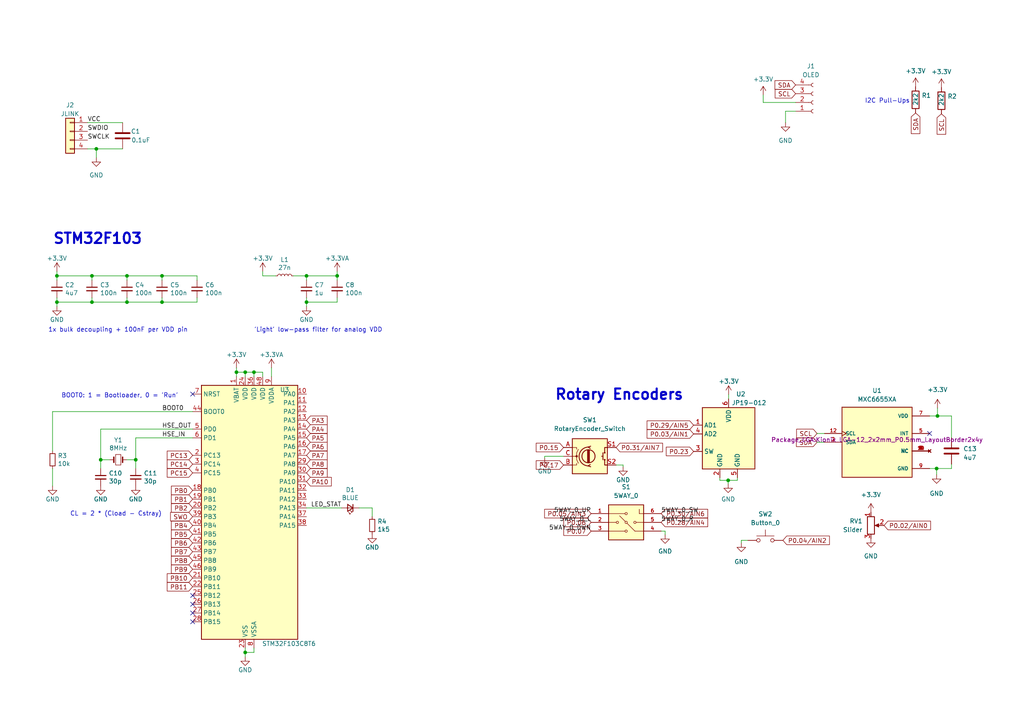
<source format=kicad_sch>
(kicad_sch (version 20230121) (generator eeschema)
  (paper "A4")
  (lib_symbols
    (symbol "Analog_Switch:JP19-012"
      (property "Reference" "U" (at 0 0 0))
      (property "Value" "JP19-012" (at 6.35 13.97 0))
      (symbol "JP19-012_0_1"
        (rectangle (start -7.62 12.7) (end 7.62 -5.08) (stroke (width 0.254)) (fill (type background)))
      )
      (symbol "JP19-012_1_1"
        (pin output line (at -10.16 7.62 0) (length 2.54) (name "AD1") (number "1"))
        (pin power_in line (at -2.54 -7.62 90) (length 2.54) (name "GND") (number "2"))
        (pin output line (at -10.16 0 0) (length 2.54) (name "SW") (number "3"))
        (pin output line (at -10.16 5.08 0) (length 2.54) (name "AD2") (number "4"))
        (pin power_in line (at 2.54 -7.62 90) (length 2.54) (name "GND") (number "5"))
        (pin power_in line (at 0 15.24 270) (length 2.54) (name "VDD") (number "6"))
      )
    )
    (symbol "Connector:Conn_01x04_Female" (pin_names (offset 1.016) hide)
      (property "Reference" "J" (at 0 5.08 0))
      (property "Value" "Conn_01x04_Female" (at 0 -7.62 0))
      (symbol "Conn_01x04_Female_1_1"
        (arc (start 0 -4.572) (mid -0.5058 -5.08) (end 0 -5.588) (stroke (width 0.1524)))
        (arc (start 0 -2.032) (mid -0.5058 -2.54) (end 0 -3.048) (stroke (width 0.1524)))
        (polyline (pts (xy -1.27 -5.08) (xy -0.508 -5.08)) (stroke (width 0.1524)))
        (polyline (pts (xy -1.27 -2.54) (xy -0.508 -2.54)) (stroke (width 0.1524)))
        (polyline (pts (xy -1.27 0) (xy -0.508 0)) (stroke (width 0.1524)))
        (polyline (pts (xy -1.27 2.54) (xy -0.508 2.54)) (stroke (width 0.1524)))
        (arc (start 0 0.508) (mid -0.5058 0) (end 0 -0.508) (stroke (width 0.1524)))
        (arc (start 0 3.048) (mid -0.5058 2.54) (end 0 2.032) (stroke (width 0.1524)))
        (pin passive line (at -5.08 2.54 0) (length 3.81) (name "Pin_1") (number "1"))
        (pin passive line (at -5.08 0 0) (length 3.81) (name "Pin_2") (number "2"))
        (pin passive line (at -5.08 -2.54 0) (length 3.81) (name "Pin_3") (number "3"))
        (pin passive line (at -5.08 -5.08 0) (length 3.81) (name "Pin_4") (number "4"))
      )
    )
    (symbol "Connector_Generic:Conn_01x04" (pin_names (offset 1.016) hide)
      (property "Reference" "J" (at 0 5.08 0))
      (property "Value" "Conn_01x04" (at 0 -7.62 0))
      (symbol "Conn_01x04_1_1"
        (rectangle (start -1.27 -4.953) (end 0 -5.207) (stroke (width 0.1524)))
        (rectangle (start -1.27 -2.413) (end 0 -2.667) (stroke (width 0.1524)))
        (rectangle (start -1.27 0.127) (end 0 -0.127) (stroke (width 0.1524)))
        (rectangle (start -1.27 2.667) (end 0 2.413) (stroke (width 0.1524)))
        (rectangle (start -1.27 3.81) (end 1.27 -6.35) (stroke (width 0.254)) (fill (type background)))
        (pin passive line (at -5.08 2.54 0) (length 3.81) (name "Pin_1") (number "1"))
        (pin passive line (at -5.08 0 0) (length 3.81) (name "Pin_2") (number "2"))
        (pin passive line (at -5.08 -2.54 0) (length 3.81) (name "Pin_3") (number "3"))
        (pin passive line (at -5.08 -5.08 0) (length 3.81) (name "Pin_4") (number "4"))
      )
    )
    (symbol "Device:C" (pin_numbers hide) (pin_names (offset 0.254))
      (property "Reference" "C" (at 0.635 2.54 0))
      (property "Value" "C" (at 0.635 -2.54 0))
      (symbol "C_0_1"
        (polyline (pts (xy -2.032 -0.762) (xy 2.032 -0.762)) (stroke (width 0.508)))
        (polyline (pts (xy -2.032 0.762) (xy 2.032 0.762)) (stroke (width 0.508)))
      )
      (symbol "C_1_1"
        (pin passive line (at 0 3.81 270) (length 2.794) (name "~") (number "1"))
        (pin passive line (at 0 -3.81 90) (length 2.794) (name "~") (number "2"))
      )
    )
    (symbol "Device:C_Small" (pin_numbers hide) (pin_names (offset 0.254) hide)
      (property "Reference" "C" (at 0.254 1.778 0))
      (property "Value" "C_Small" (at 0.254 -2.032 0))
      (symbol "C_Small_0_1"
        (polyline (pts (xy -1.524 -0.508) (xy 1.524 -0.508)) (stroke (width 0.3302)))
        (polyline (pts (xy -1.524 0.508) (xy 1.524 0.508)) (stroke (width 0.3048)))
      )
      (symbol "C_Small_1_1"
        (pin passive line (at 0 2.54 270) (length 2.032) (name "~") (number "1"))
        (pin passive line (at 0 -2.54 90) (length 2.032) (name "~") (number "2"))
      )
    )
    (symbol "Device:Crystal_Small" (pin_numbers hide) (pin_names (offset 1.016) hide)
      (property "Reference" "Y" (at 0 2.54 0))
      (property "Value" "Crystal_Small" (at 0 -2.54 0))
      (symbol "Crystal_Small_0_1"
        (rectangle (start -0.762 -1.524) (end 0.762 1.524))
        (polyline (pts (xy -1.27 -0.762) (xy -1.27 0.762)) (stroke (width 0.381)))
        (polyline (pts (xy 1.27 -0.762) (xy 1.27 0.762)) (stroke (width 0.381)))
      )
      (symbol "Crystal_Small_1_1"
        (pin passive line (at -2.54 0 0) (length 1.27) (name "1") (number "1"))
        (pin passive line (at 2.54 0 180) (length 1.27) (name "2") (number "2"))
      )
    )
    (symbol "Device:LED_Small" (pin_numbers hide) (pin_names (offset 0.254) hide)
      (property "Reference" "D" (at -1.27 3.175 0))
      (property "Value" "LED_Small" (at -4.445 -2.54 0))
      (symbol "LED_Small_0_1"
        (polyline (pts (xy -0.762 -1.016) (xy -0.762 1.016)) (stroke (width 0.254)))
        (polyline (pts (xy 1.016 0) (xy -0.762 0)))
        (polyline (pts (xy 0.762 -1.016) (xy -0.762 0) (xy 0.762 1.016) (xy 0.762 -1.016)) (stroke (width 0.254)))
        (polyline (pts (xy 0 0.762) (xy -0.508 1.27) (xy -0.254 1.27) (xy -0.508 1.27) (xy -0.508 1.016)))
        (polyline (pts (xy 0.508 1.27) (xy 0 1.778) (xy 0.254 1.778) (xy 0 1.778) (xy 0 1.524)))
      )
      (symbol "LED_Small_1_1"
        (pin passive line (at -2.54 0 0) (length 1.778) (name "K") (number "1"))
        (pin passive line (at 2.54 0 180) (length 1.778) (name "A") (number "2"))
      )
    )
    (symbol "Device:L_Small" (pin_numbers hide) (pin_names (offset 0.254) hide)
      (property "Reference" "L" (at 0.762 1.016 0))
      (property "Value" "L_Small" (at 0.762 -1.016 0))
      (symbol "L_Small_0_1"
        (arc (start 0 -2.032) (mid 0.5058 -1.524) (end 0 -1.016))
        (arc (start 0 -1.016) (mid 0.5058 -0.508) (end 0 0))
        (arc (start 0 0) (mid 0.5058 0.508) (end 0 1.016))
        (arc (start 0 1.016) (mid 0.5058 1.524) (end 0 2.032))
      )
      (symbol "L_Small_1_1"
        (pin passive line (at 0 2.54 270) (length 0.508) (name "~") (number "1"))
        (pin passive line (at 0 -2.54 90) (length 0.508) (name "~") (number "2"))
      )
    )
    (symbol "Device:R" (pin_numbers hide) (pin_names (offset 0))
      (property "Reference" "R" (at 2.032 0 90))
      (property "Value" "R" (at 0 0 90))
      (symbol "R_0_1"
        (rectangle (start -1.016 -2.54) (end 1.016 2.54) (stroke (width 0.254)))
      )
      (symbol "R_1_1"
        (pin passive line (at 0 3.81 270) (length 1.27) (name "~") (number "1"))
        (pin passive line (at 0 -3.81 90) (length 1.27) (name "~") (number "2"))
      )
    )
    (symbol "Device:R_Potentiometer" (pin_names (offset 1.016) hide)
      (property "Reference" "RV" (at -4.445 0 90))
      (property "Value" "R_Potentiometer" (at -2.54 0 90))
      (symbol "R_Potentiometer_0_1"
        (polyline (pts (xy 2.54 0) (xy 1.524 0)))
        (polyline (pts (xy 1.143 0) (xy 2.286 0.508) (xy 2.286 -0.508) (xy 1.143 0)) (fill (type outline)))
        (rectangle (start 1.016 2.54) (end -1.016 -2.54) (stroke (width 0.254)))
      )
      (symbol "R_Potentiometer_1_1"
        (pin passive line (at 0 3.81 270) (length 1.27) (name "1") (number "1"))
        (pin passive line (at 3.81 0 180) (length 1.27) (name "2") (number "2"))
        (pin passive line (at 0 -3.81 90) (length 1.27) (name "3") (number "3"))
      )
    )
    (symbol "Device:R_Small" (pin_numbers hide) (pin_names (offset 0.254) hide)
      (property "Reference" "R" (at 0.762 0.508 0))
      (property "Value" "R_Small" (at 0.762 -1.016 0))
      (symbol "R_Small_0_1"
        (rectangle (start -0.762 1.778) (end 0.762 -1.778) (stroke (width 0.2032)))
      )
      (symbol "R_Small_1_1"
        (pin passive line (at 0 2.54 270) (length 0.762) (name "~") (number "1"))
        (pin passive line (at 0 -2.54 90) (length 0.762) (name "~") (number "2"))
      )
    )
    (symbol "Device:RotaryEncoder_Switch" (pin_names (offset 0.254) hide)
      (property "Reference" "SW" (at 0 6.604 0))
      (property "Value" "RotaryEncoder_Switch" (at 0 -6.604 0))
      (symbol "RotaryEncoder_Switch_0_1"
        (rectangle (start -5.08 5.08) (end 5.08 -5.08) (stroke (width 0.254)) (fill (type background)))
        (circle (center -3.81 0) (radius 0.254) (fill (type outline)))
        (circle (center -0.381 0) (radius 1.905) (stroke (width 0.254)))
        (arc (start -0.381 2.667) (mid -3.0988 -0.0635) (end -0.381 -2.794) (stroke (width 0.254)))
        (polyline (pts (xy -0.635 -1.778) (xy -0.635 1.778)) (stroke (width 0.254)))
        (polyline (pts (xy -0.381 -1.778) (xy -0.381 1.778)) (stroke (width 0.254)))
        (polyline (pts (xy -0.127 1.778) (xy -0.127 -1.778)) (stroke (width 0.254)))
        (polyline (pts (xy 3.81 0) (xy 3.429 0)) (stroke (width 0.254)))
        (polyline (pts (xy 3.81 1.016) (xy 3.81 -1.016)) (stroke (width 0.254)))
        (polyline (pts (xy -5.08 -2.54) (xy -3.81 -2.54) (xy -3.81 -2.032)))
        (polyline (pts (xy -5.08 2.54) (xy -3.81 2.54) (xy -3.81 2.032)))
        (polyline (pts (xy 0.254 -3.048) (xy -0.508 -2.794) (xy 0.127 -2.413)) (stroke (width 0.254)))
        (polyline (pts (xy 0.254 2.921) (xy -0.508 2.667) (xy 0.127 2.286)) (stroke (width 0.254)))
        (polyline (pts (xy 5.08 -2.54) (xy 4.318 -2.54) (xy 4.318 -1.016)) (stroke (width 0.254)))
        (polyline (pts (xy 5.08 2.54) (xy 4.318 2.54) (xy 4.318 1.016)) (stroke (width 0.254)))
        (polyline (pts (xy -5.08 0) (xy -3.81 0) (xy -3.81 -1.016) (xy -3.302 -2.032)))
        (polyline (pts (xy -4.318 0) (xy -3.81 0) (xy -3.81 1.016) (xy -3.302 2.032)))
        (circle (center 4.318 -1.016) (radius 0.127) (stroke (width 0.254)))
        (circle (center 4.318 1.016) (radius 0.127) (stroke (width 0.254)))
      )
      (symbol "RotaryEncoder_Switch_1_1"
        (pin passive line (at -7.62 2.54 0) (length 2.54) (name "A") (number "A"))
        (pin passive line (at -7.62 -2.54 0) (length 2.54) (name "B") (number "B"))
        (pin passive line (at -7.62 0 0) (length 2.54) (name "C") (number "C"))
        (pin passive line (at 7.62 2.54 180) (length 2.54) (name "S1") (number "S1"))
        (pin passive line (at 7.62 -2.54 180) (length 2.54) (name "S2") (number "S2"))
      )
    )
    (symbol "GND_2" (power) (pin_names (offset 0))
      (property "Value" "GND_2" (at 0 -3.81 0))
      (symbol "GND_2_0_1"
        (polyline (pts (xy 0 0) (xy 0 -1.27) (xy 1.27 -1.27) (xy 0 -2.54) (xy -1.27 -1.27) (xy 0 -1.27)))
      )
      (symbol "GND_2_1_1"
        (pin power_in line (at 0 0 270) (length 0) hide (name "GND") (number "1"))
      )
    )
    (symbol "JS5208:SKQUCAA010" (pin_names (offset 1.016))
      (property "Reference" "S" (at 5.08 -5.08 0))
      (property "Value" "SKQUCAA010" (at 5.08 8.89 0))
      (symbol "SKQUCAA010_0_0"
        (circle (center -2.54 1.27) (radius 0.3302) (stroke (width 0.1524)))
        (circle (center 0 -1.27) (radius 0.3302) (stroke (width 0.1524)))
        (polyline (pts (xy -2.921 1.27) (xy -5.08 1.27)) (stroke (width 0.1524)))
        (polyline (pts (xy -0.381 -1.27) (xy -5.08 -1.27)) (stroke (width 0.1524)))
        (polyline (pts (xy -0.381 3.81) (xy -5.08 3.81)) (stroke (width 0.1524)))
        (polyline (pts (xy -0.254 1.524) (xy -1.905 3.175)) (stroke (width 0.1524)))
        (polyline (pts (xy 2.54 -1.27) (xy 0.254 1.016)) (stroke (width 0.1524)))
        (polyline (pts (xy 3.81 3.81) (xy 3.81 5.08)) (stroke (width 0.1524)))
        (polyline (pts (xy 5.08 -1.27) (xy 2.54 -1.27)) (stroke (width 0.1524)))
        (polyline (pts (xy 5.08 1.27) (xy 2.921 1.27)) (stroke (width 0.1524)))
        (polyline (pts (xy 5.08 3.81) (xy 3.81 3.81)) (stroke (width 0.1524)))
        (circle (center 0 1.27) (radius 0.3302) (stroke (width 0.1524)))
        (circle (center 0 3.81) (radius 0.3302) (stroke (width 0.1524)))
        (circle (center 2.54 1.27) (radius 0.3302) (stroke (width 0.1524)))
        (rectangle (start 5.08 6.35) (end -5.08 -3.81) (stroke (width 0.254)) (fill (type background)))
        (pin passive line (at -10.16 3.81 0) (length 5.08) (name "~") (number "1"))
        (pin passive line (at -10.16 1.27 0) (length 5.08) (name "~") (number "2"))
        (pin passive line (at -10.16 -1.27 0) (length 5.08) (name "~") (number "3"))
        (pin passive line (at 10.16 -1.27 180) (length 5.08) (name "~") (number "4"))
        (pin passive line (at 10.16 1.27 180) (length 5.08) (name "~") (number "5"))
        (pin passive line (at 10.16 3.81 180) (length 5.08) (name "~") (number "6"))
      )
    )
    (symbol "MCU_ST_STM32F1:STM32F103C8Tx"
      (property "Reference" "U" (at -12.7 39.37 0))
      (property "Value" "STM32F103C8Tx" (at 10.16 39.37 0))
      (symbol "STM32F103C8Tx_0_1"
        (rectangle (start -12.7 -35.56) (end 15.24 38.1) (stroke (width 0.254)) (fill (type background)))
      )
      (symbol "STM32F103C8Tx_1_1"
        (pin power_in line (at -2.54 40.64 270) (length 2.54) (name "VBAT") (number "1"))
        (pin bidirectional line (at 17.78 35.56 180) (length 2.54) (name "PA0") (number "10"))
        (pin bidirectional line (at 17.78 33.02 180) (length 2.54) (name "PA1") (number "11"))
        (pin bidirectional line (at 17.78 30.48 180) (length 2.54) (name "PA2") (number "12"))
        (pin bidirectional line (at 17.78 27.94 180) (length 2.54) (name "PA3") (number "13"))
        (pin bidirectional line (at 17.78 25.4 180) (length 2.54) (name "PA4") (number "14"))
        (pin bidirectional line (at 17.78 22.86 180) (length 2.54) (name "PA5") (number "15"))
        (pin bidirectional line (at 17.78 20.32 180) (length 2.54) (name "PA6") (number "16"))
        (pin bidirectional line (at 17.78 17.78 180) (length 2.54) (name "PA7") (number "17"))
        (pin bidirectional line (at -15.24 7.62 0) (length 2.54) (name "PB0") (number "18"))
        (pin bidirectional line (at -15.24 5.08 0) (length 2.54) (name "PB1") (number "19"))
        (pin bidirectional line (at -15.24 17.78 0) (length 2.54) (name "PC13") (number "2"))
        (pin bidirectional line (at -15.24 2.54 0) (length 2.54) (name "PB2") (number "20"))
        (pin bidirectional line (at -15.24 -17.78 0) (length 2.54) (name "PB10") (number "21"))
        (pin bidirectional line (at -15.24 -20.32 0) (length 2.54) (name "PB11") (number "22"))
        (pin power_in line (at 0 -38.1 90) (length 2.54) (name "VSS") (number "23"))
        (pin power_in line (at 0 40.64 270) (length 2.54) (name "VDD") (number "24"))
        (pin bidirectional line (at -15.24 -22.86 0) (length 2.54) (name "PB12") (number "25"))
        (pin bidirectional line (at -15.24 -25.4 0) (length 2.54) (name "PB13") (number "26"))
        (pin bidirectional line (at -15.24 -27.94 0) (length 2.54) (name "PB14") (number "27"))
        (pin bidirectional line (at -15.24 -30.48 0) (length 2.54) (name "PB15") (number "28"))
        (pin bidirectional line (at 17.78 15.24 180) (length 2.54) (name "PA8") (number "29"))
        (pin bidirectional line (at -15.24 15.24 0) (length 2.54) (name "PC14") (number "3"))
        (pin bidirectional line (at 17.78 12.7 180) (length 2.54) (name "PA9") (number "30"))
        (pin bidirectional line (at 17.78 10.16 180) (length 2.54) (name "PA10") (number "31"))
        (pin bidirectional line (at 17.78 7.62 180) (length 2.54) (name "PA11") (number "32"))
        (pin bidirectional line (at 17.78 5.08 180) (length 2.54) (name "PA12") (number "33"))
        (pin bidirectional line (at 17.78 2.54 180) (length 2.54) (name "PA13") (number "34"))
        (pin passive line (at 0 -38.1 90) (length 2.54) hide (name "VSS") (number "35"))
        (pin power_in line (at 2.54 40.64 270) (length 2.54) (name "VDD") (number "36"))
        (pin bidirectional line (at 17.78 0 180) (length 2.54) (name "PA14") (number "37"))
        (pin bidirectional line (at 17.78 -2.54 180) (length 2.54) (name "PA15") (number "38"))
        (pin bidirectional line (at -15.24 0 0) (length 2.54) (name "PB3") (number "39"))
        (pin bidirectional line (at -15.24 12.7 0) (length 2.54) (name "PC15") (number "4"))
        (pin bidirectional line (at -15.24 -2.54 0) (length 2.54) (name "PB4") (number "40"))
        (pin bidirectional line (at -15.24 -5.08 0) (length 2.54) (name "PB5") (number "41"))
        (pin bidirectional line (at -15.24 -7.62 0) (length 2.54) (name "PB6") (number "42"))
        (pin bidirectional line (at -15.24 -10.16 0) (length 2.54) (name "PB7") (number "43"))
        (pin input line (at -15.24 30.48 0) (length 2.54) (name "BOOT0") (number "44"))
        (pin bidirectional line (at -15.24 -12.7 0) (length 2.54) (name "PB8") (number "45"))
        (pin bidirectional line (at -15.24 -15.24 0) (length 2.54) (name "PB9") (number "46"))
        (pin passive line (at 0 -38.1 90) (length 2.54) hide (name "VSS") (number "47"))
        (pin power_in line (at 5.08 40.64 270) (length 2.54) (name "VDD") (number "48"))
        (pin bidirectional line (at -15.24 25.4 0) (length 2.54) (name "PD0") (number "5"))
        (pin bidirectional line (at -15.24 22.86 0) (length 2.54) (name "PD1") (number "6"))
        (pin input line (at -15.24 35.56 0) (length 2.54) (name "NRST") (number "7"))
        (pin power_in line (at 2.54 -38.1 90) (length 2.54) (name "VSSA") (number "8"))
        (pin power_in line (at 7.62 40.64 270) (length 2.54) (name "VDDA") (number "9"))
      )
    )
    (symbol "MXC6655XA:MXC6655XA" (pin_names (offset 1.016))
      (property "Reference" "U" (at -10.414 11.176 0))
      (property "Value" "MXC6655XA" (at -10.16 -12.7 0))
      (symbol "MXC6655XA_0_0"
        (rectangle (start -10.16 -10.16) (end 10.16 10.16) (stroke (width 0.254)) (fill (type background)))
        (pin no_connect line (at 15.24 -2.54 180) (length 5.08) (name "NC") (number "1"))
        (pin no_connect line (at 15.24 -2.54 180) (length 5.08) (name "NC") (number "10"))
        (pin no_connect line (at 15.24 -2.54 180) (length 5.08) (name "NC") (number "11"))
        (pin input clock (at -15.24 2.54 0) (length 5.08) (name "SCL") (number "12"))
        (pin bidirectional line (at -15.24 0 0) (length 5.08) (name "SDA") (number "2"))
        (pin no_connect line (at 15.24 -2.54 180) (length 5.08) (name "NC") (number "3"))
        (pin no_connect line (at 15.24 -2.54 180) (length 5.08) (name "NC") (number "4"))
        (pin output line (at 15.24 2.54 180) (length 5.08) (name "INT") (number "5"))
        (pin no_connect line (at 15.24 -2.54 180) (length 5.08) (name "NC") (number "6"))
        (pin power_in line (at 15.24 7.62 180) (length 5.08) (name "VDD") (number "7"))
        (pin no_connect line (at 15.24 -2.54 180) (length 5.08) (name "NC") (number "8"))
        (pin power_in line (at 15.24 -7.62 180) (length 5.08) (name "GND") (number "9"))
      )
    )
    (symbol "Switch:SW_Push" (pin_numbers hide) (pin_names (offset 1.016) hide)
      (property "Reference" "SW" (at 1.27 2.54 0))
      (property "Value" "SW_Push" (at 0 -1.524 0))
      (symbol "SW_Push_0_1"
        (circle (center -2.032 0) (radius 0.508))
        (polyline (pts (xy 0 1.27) (xy 0 3.048)))
        (polyline (pts (xy 2.54 1.27) (xy -2.54 1.27)))
        (circle (center 2.032 0) (radius 0.508))
        (pin passive line (at -5.08 0 0) (length 2.54) (name "1") (number "1"))
        (pin passive line (at 5.08 0 180) (length 2.54) (name "2") (number "2"))
      )
    )
    (symbol "power:+3.3V" (power) (pin_names (offset 0))
      (property "Value" "+3.3V" (at 0 3.556 0))
      (symbol "+3.3V_0_1"
        (polyline (pts (xy -0.762 1.27) (xy 0 2.54)))
        (polyline (pts (xy 0 0) (xy 0 2.54)))
        (polyline (pts (xy 0 2.54) (xy 0.762 1.27)))
      )
      (symbol "+3.3V_1_1"
        (pin power_in line (at 0 0 90) (length 0) hide (name "+3.3V") (number "1"))
      )
    )
    (symbol "power:+3.3VA" (power) (pin_names (offset 0))
      (property "Value" "+3.3VA" (at 0 3.556 0))
      (symbol "+3.3VA_0_1"
        (polyline (pts (xy -0.762 1.27) (xy 0 2.54)))
        (polyline (pts (xy 0 0) (xy 0 2.54)))
        (polyline (pts (xy 0 2.54) (xy 0.762 1.27)))
      )
      (symbol "+3.3VA_1_1"
        (pin power_in line (at 0 0 90) (length 0) hide (name "+3.3VA") (number "1"))
      )
    )
    (symbol "power:GND" (power) (pin_names (offset 0))
      (property "Value" "GND" (at 0 -3.81 0))
      (symbol "GND_0_1"
        (polyline (pts (xy 0 0) (xy 0 -1.27) (xy 1.27 -1.27) (xy 0 -2.54) (xy -1.27 -1.27) (xy 0 -1.27)))
      )
      (symbol "GND_1_1"
        (pin power_in line (at 0 0 270) (length 0) hide (name "GND") (number "1"))
      )
    )
  )
  (junction (at 39.37 133.35))
  (junction (at 211.201 139.319))
  (junction (at 71.12 189.23))
  (junction (at 29.21 133.35))
  (junction (at 88.9 87.63))
  (junction (at 71.12 107.95))
  (junction (at 16.51 87.63))
  (junction (at 26.67 87.63))
  (junction (at 73.66 107.95))
  (junction (at 36.83 80.01))
  (junction (at 97.79 80.01))
  (junction (at 68.58 107.95))
  (junction (at 271.907 120.65))
  (junction (at 36.83 87.63))
  (junction (at 88.9 80.01))
  (junction (at 271.653 135.89))
  (junction (at 16.51 80.01))
  (junction (at 27.94 43.18))
  (junction (at 46.99 87.63))
  (junction (at 46.99 80.01))
  (junction (at 26.67 80.01))
  (no_connect (at 55.88 175.26))
  (no_connect (at 55.88 172.72))
  (no_connect (at 269.621 125.73))
  (no_connect (at 55.88 177.8))
  (no_connect (at 55.88 114.3))
  (no_connect (at 55.88 180.34))
  (wire (pts (xy 57.15 81.28) (xy 57.15 80.01)))
  (wire (pts (xy 26.67 80.01) (xy 26.67 81.28)))
  (wire (pts (xy 36.83 80.01) (xy 26.67 80.01)))
  (wire (pts (xy 36.83 133.35) (xy 39.37 133.35)))
  (wire (pts (xy 271.653 135.89) (xy 271.653 137.668)))
  (wire (pts (xy 25.4 43.18) (xy 27.94 43.18)))
  (wire (pts (xy 97.79 87.63) (xy 97.79 86.36)))
  (wire (pts (xy 236.982 125.73) (xy 239.141 125.73)))
  (wire (pts (xy 221.361 27.559) (xy 221.361 29.718)))
  (wire (pts (xy 25.4 35.56) (xy 35.56 35.56)))
  (wire (pts (xy 27.94 43.18) (xy 27.94 45.72)))
  (wire (pts (xy 26.67 87.63) (xy 26.67 86.36)))
  (wire (pts (xy 27.94 43.18) (xy 35.56 43.18)))
  (wire (pts (xy 180.721 135.382) (xy 180.721 134.874)))
  (wire (pts (xy 275.971 135.89) (xy 271.653 135.89)))
  (wire (pts (xy 107.95 149.86) (xy 107.95 147.32)))
  (wire (pts (xy 15.24 140.97) (xy 15.24 135.89)))
  (wire (pts (xy 180.721 134.874) (xy 178.689 134.874)))
  (wire (pts (xy 71.12 107.95) (xy 73.66 107.95)))
  (wire (pts (xy 221.361 29.718) (xy 230.759 29.718)))
  (wire (pts (xy 271.653 135.89) (xy 269.621 135.89)))
  (wire (pts (xy 36.83 86.36) (xy 36.83 87.63)))
  (wire (pts (xy 76.2 107.95) (xy 76.2 109.22)))
  (wire (pts (xy 192.913 154.051) (xy 192.913 155.067)))
  (wire (pts (xy 107.95 147.32) (xy 104.14 147.32)))
  (wire (pts (xy 55.88 124.46) (xy 29.21 124.46)))
  (wire (pts (xy 215.011 156.718) (xy 215.011 157.48)))
  (wire (pts (xy 71.12 107.95) (xy 71.12 109.22)))
  (wire (pts (xy 39.37 127) (xy 55.88 127)))
  (wire (pts (xy 88.9 147.32) (xy 99.06 147.32)))
  (wire (pts (xy 36.83 81.28) (xy 36.83 80.01)))
  (wire (pts (xy 68.58 106.68) (xy 68.58 107.95)))
  (wire (pts (xy 39.37 135.89) (xy 39.37 133.35)))
  (wire (pts (xy 97.79 80.01) (xy 88.9 80.01)))
  (wire (pts (xy 29.21 135.89) (xy 29.21 133.35)))
  (wire (pts (xy 78.74 106.68) (xy 78.74 109.22)))
  (wire (pts (xy 16.51 87.63) (xy 16.51 88.9)))
  (wire (pts (xy 211.201 139.319) (xy 213.868 139.319)))
  (wire (pts (xy 227.838 32.258) (xy 230.759 32.258)))
  (wire (pts (xy 46.99 81.28) (xy 46.99 80.01)))
  (wire (pts (xy 275.971 134.62) (xy 275.971 135.89)))
  (wire (pts (xy 269.621 120.65) (xy 271.907 120.65)))
  (wire (pts (xy 29.21 133.35) (xy 31.75 133.35)))
  (wire (pts (xy 57.15 80.01) (xy 46.99 80.01)))
  (wire (pts (xy 211.328 114.427) (xy 211.328 115.697)))
  (wire (pts (xy 191.77 154.051) (xy 192.913 154.051)))
  (wire (pts (xy 236.982 128.27) (xy 239.141 128.27)))
  (wire (pts (xy 16.51 78.74) (xy 16.51 80.01)))
  (wire (pts (xy 46.99 87.63) (xy 57.15 87.63)))
  (wire (pts (xy 68.58 107.95) (xy 71.12 107.95)))
  (wire (pts (xy 227.838 35.56) (xy 227.838 32.258)))
  (wire (pts (xy 73.66 107.95) (xy 73.66 109.22)))
  (wire (pts (xy 157.988 132.842) (xy 157.988 132.334)))
  (wire (pts (xy 271.907 120.65) (xy 275.971 120.65)))
  (wire (pts (xy 68.58 107.95) (xy 68.58 109.22)))
  (wire (pts (xy 88.9 86.36) (xy 88.9 87.63)))
  (wire (pts (xy 26.67 87.63) (xy 36.83 87.63)))
  (wire (pts (xy 157.988 132.334) (xy 163.449 132.334)))
  (wire (pts (xy 16.51 80.01) (xy 16.51 81.28)))
  (wire (pts (xy 97.79 78.74) (xy 97.79 80.01)))
  (wire (pts (xy 16.51 87.63) (xy 26.67 87.63)))
  (wire (pts (xy 88.9 88.9) (xy 88.9 87.63)))
  (wire (pts (xy 71.12 189.23) (xy 71.12 187.96)))
  (wire (pts (xy 16.51 86.36) (xy 16.51 87.63)))
  (wire (pts (xy 216.916 156.718) (xy 215.011 156.718)))
  (wire (pts (xy 275.971 127) (xy 275.971 120.65)))
  (wire (pts (xy 271.907 118.364) (xy 271.907 120.65)))
  (wire (pts (xy 88.9 87.63) (xy 97.79 87.63)))
  (wire (pts (xy 208.788 139.319) (xy 211.201 139.319)))
  (wire (pts (xy 46.99 80.01) (xy 36.83 80.01)))
  (wire (pts (xy 46.99 86.36) (xy 46.99 87.63)))
  (wire (pts (xy 76.2 80.01) (xy 80.01 80.01)))
  (wire (pts (xy 88.9 81.28) (xy 88.9 80.01)))
  (wire (pts (xy 85.09 80.01) (xy 88.9 80.01)))
  (wire (pts (xy 26.67 80.01) (xy 16.51 80.01)))
  (wire (pts (xy 208.788 138.557) (xy 208.788 139.319)))
  (wire (pts (xy 97.79 81.28) (xy 97.79 80.01)))
  (wire (pts (xy 76.2 78.74) (xy 76.2 80.01)))
  (wire (pts (xy 73.66 107.95) (xy 76.2 107.95)))
  (wire (pts (xy 36.83 87.63) (xy 46.99 87.63)))
  (wire (pts (xy 71.12 189.23) (xy 73.66 189.23)))
  (wire (pts (xy 71.12 190.5) (xy 71.12 189.23)))
  (wire (pts (xy 29.21 124.46) (xy 29.21 133.35)))
  (wire (pts (xy 73.66 187.96) (xy 73.66 189.23)))
  (wire (pts (xy 39.37 133.35) (xy 39.37 127)))
  (wire (pts (xy 15.24 119.38) (xy 15.24 130.81)))
  (wire (pts (xy 211.201 139.319) (xy 211.201 140.335)))
  (wire (pts (xy 55.88 119.38) (xy 15.24 119.38)))
  (wire (pts (xy 213.868 139.319) (xy 213.868 138.557)))
  (wire (pts (xy 57.15 86.36) (xy 57.15 87.63)))
  (text "STM32F103" (at 15.24 71.12 0) (effects (font (size 3 3) (thickness 0.6) bold) (justify left bottom)))
  (text "Rotary Encoders" (at 160.782 116.332 0) (effects (font (size 3 3) (thickness 0.6) bold) (justify left bottom)))
  (text "BOOT0: 1 = Bootloader, 0 = 'Run'" (at 17.78 115.57 0) (effects (font (size 1.27 1.27)) (justify left bottom)))
  (text "CL = 2 * (Cload - Cstray)" (at 20.32 149.86 0) (effects (font (size 1.27 1.27)) (justify left bottom)))
  (text "I2C Pull-Ups" (at 250.825 30.099 0) (effects (font (size 1.27 1.27)) (justify left bottom)))
  (text "1x bulk decoupling + 100nF per VDD pin" (at 13.97 96.52 0) (effects (font (size 1.27 1.27)) (justify left bottom)))
  (text "'Light' low-pass filter for analog VDD" (at 73.66 96.52 0) (effects (font (size 1.27 1.27)) (justify left bottom)))
  (label "VCC" (at 25.4 35.56 0))
  (label "BOOT0" (at 46.99 119.38 0))
  (label "5WAY_0_R" (at 191.77 151.511 0))
  (label "SWCLK" (at 25.4 40.64 0))
  (label "SWDIO" (at 25.4 38.1 0))
  (label "5WAY_0_DWN" (at 171.45 154.051 180))
  (label "5WAY_0_UP" (at 171.45 148.971 180))
  (label "LED_STAT" (at 90.17 147.32 0))
  (label "5WAY_0_L" (at 171.45 151.511 180))
  (label "HSE_IN" (at 46.99 127 0))
  (label "HSE_OUT" (at 46.99 124.46 0))
  (label "5WAY_0_SW" (at 191.77 148.971 0))
  (global_label "P0.06" (shape input) (at 171.45 151.511 180) (property "Intersheetrefs" "${INTERSHEET_REFS}" (effects hide)))
  (global_label "P0.28{slash}AIN4" (shape input) (at 191.77 151.511 0) (property "Intersheetrefs" "${INTERSHEET_REFS}" (effects hide)))
  (global_label "PB10" (shape input) (at 55.88 167.64 180) (property "Intersheetrefs" "${INTERSHEET_REFS}" (effects hide)))
  (global_label "PB9" (shape input) (at 55.88 165.1 180) (property "Intersheetrefs" "${INTERSHEET_REFS}" (effects hide)))
  (global_label "PA5" (shape input) (at 88.9 127 0) (property "Intersheetrefs" "${INTERSHEET_REFS}" (effects hide)))
  (global_label "PB1" (shape input) (at 55.88 144.78 180) (property "Intersheetrefs" "${INTERSHEET_REFS}" (effects hide)))
  (global_label "P0.07" (shape input) (at 171.45 154.051 180) (property "Intersheetrefs" "${INTERSHEET_REFS}" (effects hide)))
  (global_label "PB5" (shape input) (at 55.88 154.94 180) (property "Intersheetrefs" "${INTERSHEET_REFS}" (effects hide)))
  (global_label "PA4" (shape input) (at 88.9 124.46 0) (property "Intersheetrefs" "${INTERSHEET_REFS}" (effects hide)))
  (global_label "PB7" (shape input) (at 55.88 160.02 180) (property "Intersheetrefs" "${INTERSHEET_REFS}" (effects hide)))
  (global_label "PB8" (shape input) (at 55.88 162.56 180) (property "Intersheetrefs" "${INTERSHEET_REFS}" (effects hide)))
  (global_label "P0.02{slash}AIN0" (shape input) (at 256.413 152.4 0) (property "Intersheetrefs" "${INTERSHEET_REFS}" (effects hide)))
  (global_label "P0.23" (shape input) (at 201.168 130.937 180) (property "Intersheetrefs" "${INTERSHEET_REFS}" (effects hide)))
  (global_label "PB6" (shape input) (at 55.88 157.48 180) (property "Intersheetrefs" "${INTERSHEET_REFS}" (effects hide)))
  (global_label "PC14" (shape input) (at 55.88 134.62 180) (property "Intersheetrefs" "${INTERSHEET_REFS}" (effects hide)))
  (global_label "PA7" (shape input) (at 88.9 132.08 0) (property "Intersheetrefs" "${INTERSHEET_REFS}" (effects hide)))
  (global_label "P0.31{slash}AIN7" (shape input) (at 178.689 129.794 0) (property "Intersheetrefs" "${INTERSHEET_REFS}" (effects hide)))
  (global_label "P0.17" (shape input) (at 163.449 134.874 180) (property "Intersheetrefs" "${INTERSHEET_REFS}" (effects hide)))
  (global_label "P0.15" (shape input) (at 163.449 129.794 180) (property "Intersheetrefs" "${INTERSHEET_REFS}" (effects hide)))
  (global_label "PB0" (shape input) (at 55.88 142.24 180) (property "Intersheetrefs" "${INTERSHEET_REFS}" (effects hide)))
  (global_label "P0.30{slash}AIN6" (shape input) (at 191.77 148.971 0) (property "Intersheetrefs" "${INTERSHEET_REFS}" (effects hide)))
  (global_label "SCL" (shape input) (at 236.982 125.73 180) (property "Intersheetrefs" "${INTERSHEET_REFS}" (effects hide)))
  (global_label "SWO" (shape input) (at 55.88 149.86 180) (property "Intersheetrefs" "${INTERSHEET_REFS}" (effects hide)))
  (global_label "P0.29{slash}AIN5" (shape input) (at 201.168 123.317 180) (property "Intersheetrefs" "${INTERSHEET_REFS}" (effects hide)))
  (global_label "PC13" (shape input) (at 55.88 132.08 180) (property "Intersheetrefs" "${INTERSHEET_REFS}" (effects hide)))
  (global_label "PB11" (shape input) (at 55.88 170.18 180) (property "Intersheetrefs" "${INTERSHEET_REFS}" (effects hide)))
  (global_label "PA3" (shape input) (at 88.9 121.92 0) (property "Intersheetrefs" "${INTERSHEET_REFS}" (effects hide)))
  (global_label "PA9" (shape input) (at 88.9 137.16 0) (property "Intersheetrefs" "${INTERSHEET_REFS}" (effects hide)))
  (global_label "SDA" (shape input) (at 265.557 32.766 270) (property "Intersheetrefs" "${INTERSHEET_REFS}" (effects hide)))
  (global_label "SCL" (shape input) (at 230.759 27.178 180) (property "Intersheetrefs" "${INTERSHEET_REFS}" (effects hide)))
  (global_label "PC15" (shape input) (at 55.88 137.16 180) (property "Intersheetrefs" "${INTERSHEET_REFS}" (effects hide)))
  (global_label "PA8" (shape input) (at 88.9 134.62 0) (property "Intersheetrefs" "${INTERSHEET_REFS}" (effects hide)))
  (global_label "PA6" (shape input) (at 88.9 129.54 0) (property "Intersheetrefs" "${INTERSHEET_REFS}" (effects hide)))
  (global_label "P0.04{slash}AIN2" (shape input) (at 227.076 156.718 0) (property "Intersheetrefs" "${INTERSHEET_REFS}" (effects hide)))
  (global_label "P0.03{slash}AIN1" (shape input) (at 201.168 125.857 180) (property "Intersheetrefs" "${INTERSHEET_REFS}" (effects hide)))
  (global_label "PA10" (shape input) (at 88.9 139.7 0) (property "Intersheetrefs" "${INTERSHEET_REFS}" (effects hide)))
  (global_label "PB2" (shape input) (at 55.88 147.32 180) (property "Intersheetrefs" "${INTERSHEET_REFS}" (effects hide)))
  (global_label "P0.05{slash}AIN3" (shape input) (at 171.45 148.971 180) (property "Intersheetrefs" "${INTERSHEET_REFS}" (effects hide)))
  (global_label "SCL" (shape input) (at 273.05 33.02 270) (property "Intersheetrefs" "${INTERSHEET_REFS}" (effects hide)))
  (global_label "PB4" (shape input) (at 55.88 152.4 180) (property "Intersheetrefs" "${INTERSHEET_REFS}" (effects hide)))
  (global_label "SDA" (shape input) (at 236.982 128.27 180) (property "Intersheetrefs" "${INTERSHEET_REFS}" (effects hide)))
  (global_label "SDA" (shape input) (at 230.759 24.638 180) (property "Intersheetrefs" "${INTERSHEET_REFS}" (effects hide)))
  (symbol (lib_id "Device:C_Small") (at 29.21 138.43 0) (unit 1)
    (property "Reference" "C10" (at 31.5468 137.2616 0) (effects (justify left)))
    (property "Value" "30p" (at 31.5468 139.573 0) (effects (justify left)))
    (property "Footprint" "Capacitor_SMD:C_0402_1005Metric" (effects hide))
    (property "LCSC Part #" "C1570" (effects hide))
  )
  (symbol (lib_id "power:+3.3VA") (at 97.79 78.74 0) (unit 1)
    (property "Reference" "#PWR08" (effects hide))
    (property "Value" "+3.3VA" (at 97.79 74.93 0))
  )
  (symbol (lib_id "Device:R") (at 273.05 29.21 0) (unit 1)
    (property "Reference" "R2" (at 274.828 27.9399 0) (effects (justify left)))
    (property "Value" "2k2" (at 273.05 30.734 90) (effects (justify left)))
    (property "Footprint" "Resistor_SMD:R_0603_1608Metric" (effects hide))
    (property "LCSC" " C2759747" (effects hide))
  )
  (symbol (lib_id "Analog_Switch:JP19-012") (at 211.328 130.937 0) (unit 1)
    (property "Reference" "U2" (at 213.487 114.3 0) (effects (justify left)))
    (property "Value" "JP19-012" (at 212.217 116.84 0) (effects (justify left)))
    (property "Footprint" "Potentiometer_THT:JP19-012" (effects hide))
  )
  (symbol (lib_id "Device:C_Small") (at 46.99 83.82 0) (unit 1)
    (property "Reference" "C5" (at 49.3268 82.6516 0) (effects (justify left)))
    (property "Value" "100n" (at 49.3268 84.963 0) (effects (justify left)))
    (property "Footprint" "Capacitor_SMD:C_0402_1005Metric" (effects hide))
    (property "LCSC Part #" "C1525" (effects hide))
  )
  (symbol (lib_id "power:GND") (at 252.603 156.21 0) (unit 1)
    (property "Reference" "#PWR025" (effects hide))
    (property "Value" "GND" (at 252.603 161.29 0))
  )
  (symbol (lib_id "power:+3.3V") (at 211.328 114.427 0) (unit 1)
    (property "Reference" "#PWR013" (effects hide))
    (property "Value" "+3.3V" (at 208.407 110.617 0) (effects (justify left)))
  )
  (symbol (lib_id "power:GND") (at 180.721 135.382 0) (unit 1)
    (property "Reference" "#PWR016" (effects hide))
    (property "Value" "GND" (at 180.721 139.192 0))
  )
  (symbol (lib_id "power:+3.3V") (at 265.557 25.146 0) (unit 1)
    (property "Reference" "#PWR01" (effects hide))
    (property "Value" "+3.3V" (at 265.557 20.574 0))
  )
  (symbol (lib_id "power:GND") (at 227.838 35.56 0) (mirror y) (unit 1)
    (property "Reference" "#PWR04" (effects hide))
    (property "Value" "GND" (at 227.838 40.767 0))
  )
  (symbol (lib_id "Device:R_Small") (at 15.24 133.35 0) (unit 1)
    (property "Reference" "R3" (at 16.7386 132.1816 0) (effects (justify left)))
    (property "Value" "10k" (at 16.7386 134.493 0) (effects (justify left)))
    (property "Footprint" "Resistor_SMD:R_0402_1005Metric" (effects hide))
    (property "LCSC Part #" "C25744" (effects hide))
  )
  (symbol (lib_id "Device:C_Small") (at 97.79 83.82 0) (unit 1)
    (property "Reference" "C8" (at 100.1268 82.6516 0) (effects (justify left)))
    (property "Value" "100n" (at 100.1268 84.963 0) (effects (justify left)))
    (property "Footprint" "Capacitor_SMD:C_0402_1005Metric" (effects hide))
    (property "LCSC Part #" "C1525" (effects hide))
  )
  (symbol (lib_id "power:GND") (at 107.95 154.94 0) (unit 1)
    (property "Reference" "#PWR023" (effects hide))
    (property "Value" "GND" (at 107.95 158.75 0))
  )
  (symbol (lib_id "Device:Crystal_Small") (at 34.29 133.35 0) (unit 1)
    (property "Reference" "Y1" (at 34.29 127.635 0))
    (property "Value" "8MHz" (at 34.29 129.9464 0))
    (property "Footprint" "Crystal:Crystal_SMD_5032-2Pin_5.0x3.2mm" (effects hide))
    (property "LCSC Part #" "C115962" (effects hide))
  )
  (symbol (lib_id "power:+3.3V") (at 221.361 27.559 0) (unit 1)
    (property "Reference" "#PWR03" (effects hide))
    (property "Value" "+3.3V" (at 221.361 22.987 0))
  )
  (symbol (lib_id "power:+3.3V") (at 273.05 25.4 0) (unit 1)
    (property "Reference" "#PWR02" (effects hide))
    (property "Value" "+3.3V" (at 273.05 20.828 0))
  )
  (symbol (lib_id "Device:C_Small") (at 26.67 83.82 0) (unit 1)
    (property "Reference" "C3" (at 29.0068 82.6516 0) (effects (justify left)))
    (property "Value" "100n" (at 29.0068 84.963 0) (effects (justify left)))
    (property "Footprint" "Capacitor_SMD:C_0402_1005Metric" (effects hide))
    (property "LCSC Part #" "C1525" (effects hide))
  )
  (symbol (lib_id "power:GND") (at 16.51 88.9 0) (unit 1)
    (property "Reference" "#PWR09" (effects hide))
    (property "Value" "GND" (at 16.51 92.71 0))
  )
  (symbol (lib_id "power:+3.3VA") (at 78.74 106.68 0) (unit 1)
    (property "Reference" "#PWR012" (effects hide))
    (property "Value" "+3.3VA" (at 78.74 102.87 0))
  )
  (symbol (lib_id "power:GND") (at 29.21 140.97 0) (unit 1)
    (property "Reference" "#PWR020" (effects hide))
    (property "Value" "GND" (at 29.21 144.78 0))
  )
  (symbol (lib_id "power:+3.3V") (at 16.51 78.74 0) (unit 1)
    (property "Reference" "#PWR06" (effects hide))
    (property "Value" "+3.3V" (at 16.51 74.93 0))
  )
  (symbol (lib_id "Device:C_Small") (at 57.15 83.82 0) (unit 1)
    (property "Reference" "C6" (at 59.4868 82.6516 0) (effects (justify left)))
    (property "Value" "100n" (at 59.4868 84.963 0) (effects (justify left)))
    (property "Footprint" "Capacitor_SMD:C_0402_1005Metric" (effects hide))
    (property "LCSC Part #" "C1525" (effects hide))
  )
  (symbol (lib_id "Connector:Conn_01x04_Female") (at 235.839 29.718 0) (mirror x) (unit 1)
    (property "Reference" "J1" (at 235.204 19.177 0))
    (property "Value" "OLED" (at 235.204 21.717 0))
    (property "Footprint" "Connector_PinHeader_2.54mm:PinHeader_1x04_P2.54mm_Vertical" (effects hide))
  )
  (symbol (lib_id "power:GND") (at 39.37 140.97 0) (unit 1)
    (property "Reference" "#PWR021" (effects hide))
    (property "Value" "GND" (at 39.37 144.78 0))
  )
  (symbol (lib_id "power:+3.3V") (at 252.603 148.59 0) (unit 1)
    (property "Reference" "#PWR022" (effects hide))
    (property "Value" "+3.3V" (at 252.603 143.51 0))
  )
  (symbol (lib_id "Connector_Generic:Conn_01x04") (at 20.32 38.1 0) (mirror y) (unit 1)
    (property "Reference" "J2" (at 20.32 30.48 0))
    (property "Value" "JLINK" (at 20.32 33.02 0))
    (property "Footprint" "Connector_PinSocket_2.54mm:PinSocket_1x04_P2.54mm_Vertical" (effects hide))
  )
  (symbol (lib_id "MCU_ST_STM32F1:STM32F103C8Tx") (at 71.12 149.86 0) (unit 1)
    (property "Reference" "U3" (at 82.55 113.03 0))
    (property "Value" "STM32F103C8T6" (at 83.82 186.69 0))
    (property "Footprint" "Package_QFP:LQFP-48_7x7mm_P0.5mm" (effects hide))
    (property "Datasheet" "http://www.st.com/st-web-ui/static/active/en/resource/technical/document/datasheet/CD00161566.pdf" (effects hide))
    (property "LCSC Part #" "C8734" (effects hide))
  )
  (symbol (lib_id "Device:C") (at 275.971 130.81 0) (unit 1)
    (property "Reference" "C13" (at 279.4 130.175 0) (effects (justify left)))
    (property "Value" "4u7" (at 279.4 132.715 0) (effects (justify left)))
    (property "Footprint" "Capacitor_SMD:C_0603_1608Metric" (effects hide))
    (property "LCSC Part #" " C907729" (effects hide))
  )
  (symbol (lib_id "Device:R_Small") (at 107.95 152.4 0) (unit 1)
    (property "Reference" "R4" (at 109.4486 151.2316 0) (effects (justify left)))
    (property "Value" "1k5" (at 109.4486 153.543 0) (effects (justify left)))
    (property "Footprint" "Resistor_SMD:R_0603_1608Metric" (effects hide))
    (property "LCSC Part #" "C22843" (effects hide))
  )
  (symbol (lib_id "power:GND") (at 271.653 137.668 0) (mirror y) (unit 1)
    (property "Reference" "#PWR017" (effects hide))
    (property "Value" "GND" (at 271.653 143.129 0))
  )
  (symbol (lib_name "GND_2") (lib_id "power:GND") (at 27.94 45.72 0) (unit 1)
    (property "Reference" "#PWR05" (effects hide))
    (property "Value" "GND" (at 27.94 50.8 0))
  )
  (symbol (lib_id "MXC6655XA:MXC6655XA") (at 254.381 128.27 0) (unit 1)
    (property "Reference" "U1" (at 254.381 113.284 0))
    (property "Value" "MXC6655XA" (at 254.381 115.824 0))
    (property "Footprint" "Package_LGA:Kionix_LGA-12_2x2mm_P0.5mm_LayoutBorder2x4y" (at 254.381 128.27 0) (effects (justify bottom)))
    (property "LCSC" "C5189050" (effects hide))
  )
  (symbol (lib_id "Device:RotaryEncoder_Switch") (at 171.069 132.334 0) (unit 1)
    (property "Reference" "SW1" (at 171.069 121.793 0))
    (property "Value" "RotaryEncoder_Switch" (at 171.069 124.333 0))
    (property "Footprint" "Rotary_Encoder:RotaryEncoder_Alps_EC11E-Switch_Vertical_H20mm" (effects hide))
  )
  (symbol (lib_id "power:GND") (at 15.24 140.97 0) (unit 1)
    (property "Reference" "#PWR019" (effects hide))
    (property "Value" "GND" (at 15.24 144.78 0))
  )
  (symbol (lib_id "power:GND") (at 192.913 155.067 0) (mirror y) (unit 1)
    (property "Reference" "#PWR024" (effects hide))
    (property "Value" "GND" (at 192.913 159.893 0))
  )
  (symbol (lib_id "Device:C") (at 35.56 39.37 0) (unit 1)
    (property "Reference" "C1" (at 37.973 38.1 0) (effects (justify left)))
    (property "Value" "0.1uF" (at 38.1 40.64 0) (effects (justify left)))
    (property "Footprint" "Capacitor_SMD:C_0603_1608Metric" (effects hide))
    (property "LCSC" "C5128349" (effects hide))
  )
  (symbol (lib_id "Device:R_Potentiometer") (at 252.603 152.4 0) (unit 1)
    (property "Reference" "RV1" (at 250.19 151.1299 0) (effects (justify right)))
    (property "Value" "Slider" (at 250.19 153.6699 0) (effects (justify right)))
    (property "Footprint" "Potentiometer_THT:Potentiometer_Alpha_RD901F-40-00D_Single_Vertical" (effects hide))
  )
  (symbol (lib_id "power:GND") (at 211.201 140.335 0) (unit 1)
    (property "Reference" "#PWR018" (effects hide))
    (property "Value" "GND" (at 211.201 144.78 0))
  )
  (symbol (lib_id "Switch:SW_Push") (at 221.996 156.718 0) (unit 1)
    (property "Reference" "SW2" (at 221.996 149.098 0))
    (property "Value" "Button_0" (at 221.996 151.638 0))
    (property "Footprint" "Button_Switch_THT:SW_Tactile_Straight_KSL0Axx1LFTR" (effects hide))
  )
  (symbol (lib_id "JS5208:SKQUCAA010") (at 181.61 152.781 0) (unit 1)
    (property "Reference" "S1" (at 181.61 141.224 0))
    (property "Value" "5WAY_0" (at 181.61 143.764 0))
    (property "Footprint" "Button_Switch_THT:SKQUCAA010" (effects hide))
  )
  (symbol (lib_id "power:+3.3V") (at 76.2 78.74 0) (unit 1)
    (property "Reference" "#PWR07" (effects hide))
    (property "Value" "+3.3V" (at 76.2 74.93 0))
  )
  (symbol (lib_id "Device:R") (at 265.557 28.956 0) (unit 1)
    (property "Reference" "R1" (at 267.335 27.6859 0) (effects (justify left)))
    (property "Value" "2k2" (at 265.557 30.607 90) (effects (justify left)))
    (property "Footprint" "Resistor_SMD:R_0603_1608Metric" (effects hide))
    (property "LCSC" " C2759747" (effects hide))
  )
  (symbol (lib_id "Device:C_Small") (at 16.51 83.82 0) (unit 1)
    (property "Reference" "C2" (at 18.8468 82.6516 0) (effects (justify left)))
    (property "Value" "4u7" (at 18.8468 84.963 0) (effects (justify left)))
    (property "Footprint" "Capacitor_SMD:C_0603_1608Metric" (effects hide))
    (property "LCSC Part #" "C19666" (effects hide))
  )
  (symbol (lib_id "power:+3.3V") (at 68.58 106.68 0) (unit 1)
    (property "Reference" "#PWR011" (effects hide))
    (property "Value" "+3.3V" (at 68.58 102.87 0))
  )
  (symbol (lib_id "Device:C_Small") (at 36.83 83.82 0) (unit 1)
    (property "Reference" "C4" (at 39.1668 82.6516 0) (effects (justify left)))
    (property "Value" "100n" (at 39.1668 84.963 0) (effects (justify left)))
    (property "Footprint" "Capacitor_SMD:C_0402_1005Metric" (effects hide))
    (property "LCSC Part #" "C1525" (effects hide))
  )
  (symbol (lib_id "Device:C_Small") (at 88.9 83.82 0) (unit 1)
    (property "Reference" "C7" (at 91.2368 82.6516 0) (effects (justify left)))
    (property "Value" "1u" (at 91.2368 84.963 0) (effects (justify left)))
    (property "Footprint" "Capacitor_SMD:C_0402_1005Metric" (effects hide))
    (property "LCSC Part #" "C52923" (effects hide))
  )
  (symbol (lib_id "power:GND") (at 157.988 132.842 0) (mirror y) (unit 1)
    (property "Reference" "#PWR015" (effects hide))
    (property "Value" "GND" (at 157.988 136.652 0))
  )
  (symbol (lib_id "power:GND") (at 71.12 190.5 0) (unit 1)
    (property "Reference" "#PWR027" (effects hide))
    (property "Value" "GND" (at 71.12 194.31 0))
  )
  (symbol (lib_id "Device:C_Small") (at 39.37 138.43 0) (unit 1)
    (property "Reference" "C11" (at 41.7068 137.2616 0) (effects (justify left)))
    (property "Value" "30p" (at 41.7068 139.573 0) (effects (justify left)))
    (property "Footprint" "Capacitor_SMD:C_0402_1005Metric" (effects hide))
    (property "LCSC Part #" "C1570" (effects hide))
  )
  (symbol (lib_id "Device:LED_Small") (at 101.6 147.32 180) (unit 1)
    (property "Reference" "D1" (at 101.6 142.0622 0))
    (property "Value" "BLUE" (at 101.6 144.3736 0))
    (property "Footprint" "LED_SMD:LED_0603_1608Metric" (effects hide))
    (property "LCSC Part #" "C72041" (effects hide))
  )
  (symbol (lib_id "power:+3.3V") (at 271.907 118.364 0) (unit 1)
    (property "Reference" "#PWR014" (effects hide))
    (property "Value" "+3.3V" (at 271.907 113.03 0))
  )
  (symbol (lib_id "Device:L_Small") (at 82.55 80.01 90) (unit 1)
    (property "Reference" "L1" (at 82.55 75.311 90))
    (property "Value" "27n" (at 82.55 77.6224 90))
    (property "Footprint" "Inductor_SMD:L_0402_1005Metric" (effects hide))
    (property "LCSC Part #" "C18830" (effects hide))
  )
  (symbol (lib_id "power:GND") (at 215.011 157.48 0) (unit 1)
    (property "Reference" "#PWR026" (effects hide))
    (property "Value" "GND" (at 215.011 162.941 0))
  )
  (symbol (lib_id "power:GND") (at 88.9 88.9 0) (unit 1)
    (property "Reference" "#PWR010" (effects hide))
    (property "Value" "GND" (at 88.9 92.71 0))
  )
)
</source>
